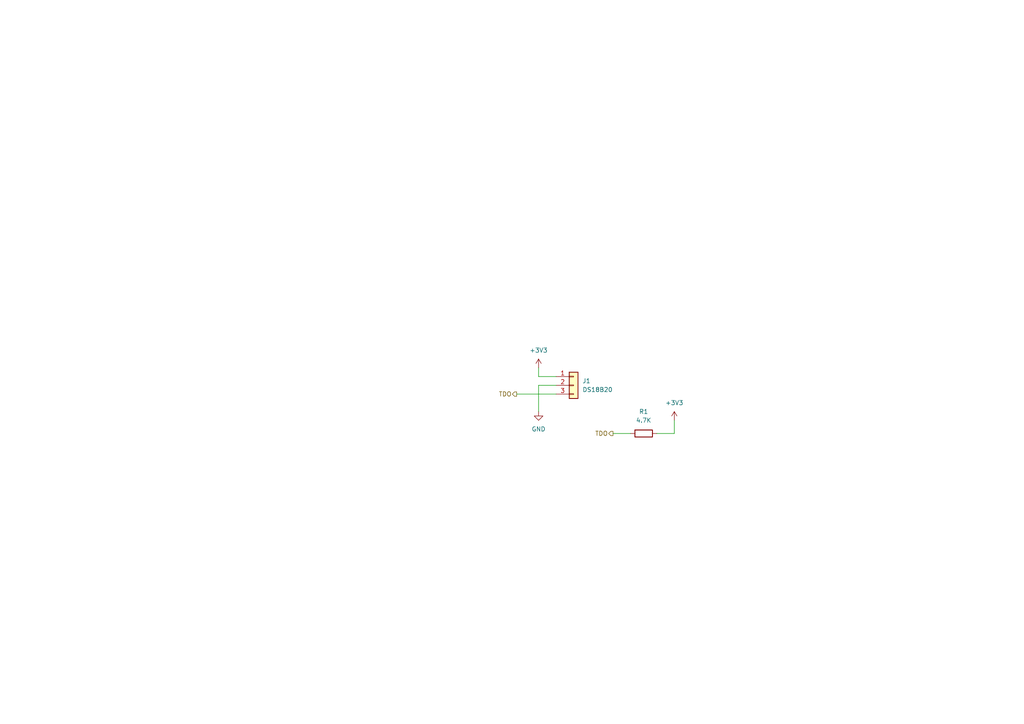
<source format=kicad_sch>
(kicad_sch (version 20211123) (generator eeschema)
  (paper "A4")
  (lib_symbols
    (symbol "Connector_Generic:Conn_01x03" (pin_names (offset 1.016) hide)
      (property "Reference" "J" (at 0 5.08 0))
      (property "Value" "Conn_01x03" (at 0 -5.08 0))
      (symbol "Conn_01x03_1_1"
        (rectangle (start -1.27 -2.413) (end 0 -2.667) (stroke (width 0.1524)))
        (rectangle (start -1.27 0.127) (end 0 -0.127) (stroke (width 0.1524)))
        (rectangle (start -1.27 2.667) (end 0 2.413) (stroke (width 0.1524)))
        (rectangle (start -1.27 3.81) (end 1.27 -3.81) (stroke (width 0.254)) (fill (type background)))
        (pin passive line (at -5.08 2.54 0) (length 3.81) (name "Pin_1") (number "1"))
        (pin passive line (at -5.08 0 0) (length 3.81) (name "Pin_2") (number "2"))
        (pin passive line (at -5.08 -2.54 0) (length 3.81) (name "Pin_3") (number "3"))
      )
    )
    (symbol "Device:R" (pin_numbers hide) (pin_names (offset 0))
      (property "Reference" "R" (at 2.032 0 90))
      (property "Value" "R" (at 0 0 90))
      (symbol "R_0_1"
        (rectangle (start -1.016 -2.54) (end 1.016 2.54) (stroke (width 0.254)))
      )
      (symbol "R_1_1"
        (pin passive line (at 0 3.81 270) (length 1.27) (name "~") (number "1"))
        (pin passive line (at 0 -3.81 90) (length 1.27) (name "~") (number "2"))
      )
    )
    (symbol "power:+3.3V" (power) (pin_names (offset 0))
      (property "Value" "+3.3V" (at 0 3.556 0))
      (symbol "+3.3V_0_1"
        (polyline (pts (xy -0.762 1.27) (xy 0 2.54)))
        (polyline (pts (xy 0 0) (xy 0 2.54)))
        (polyline (pts (xy 0 2.54) (xy 0.762 1.27)))
      )
      (symbol "+3.3V_1_1"
        (pin power_in line (at 0 0 90) (length 0) hide (name "+3V3") (number "1"))
      )
    )
    (symbol "power:GND" (power) (pin_names (offset 0))
      (property "Value" "GND" (at 0 -3.81 0))
      (symbol "GND_0_1"
        (polyline (pts (xy 0 0) (xy 0 -1.27) (xy 1.27 -1.27) (xy 0 -2.54) (xy -1.27 -1.27) (xy 0 -1.27)))
      )
      (symbol "GND_1_1"
        (pin power_in line (at 0 0 270) (length 0) hide (name "GND") (number "1"))
      )
    )
  )
  (wire (pts (xy 161.29 109.22) (xy 156.21 109.22)))
  (wire (pts (xy 161.29 111.76) (xy 156.21 111.76)))
  (wire (pts (xy 195.58 125.73) (xy 190.5 125.73)))
  (wire (pts (xy 156.21 109.22) (xy 156.21 106.68)))
  (wire (pts (xy 177.8 125.73) (xy 182.88 125.73)))
  (wire (pts (xy 195.58 121.92) (xy 195.58 125.73)))
  (wire (pts (xy 149.86 114.3) (xy 161.29 114.3)))
  (wire (pts (xy 156.21 111.76) (xy 156.21 119.38)))
  (hierarchical_label "TDO" (shape output) (at 177.8 125.73 180))
  (hierarchical_label "TDO" (shape output) (at 149.86 114.3 180))
  (symbol (lib_id "power:+3.3V") (at 156.21 106.68 0) (unit 1)
    (property "Reference" "#PWR012" (effects hide))
    (property "Value" "+3.3V" (at 156.21 101.6 0))
  )
  (symbol (lib_id "power:GND") (at 156.21 119.38 0) (unit 1)
    (property "Reference" "#PWR013" (effects hide))
    (property "Value" "GND" (at 156.21 124.46 0))
  )
  (symbol (lib_id "Device:R") (at 186.69 125.73 90) (unit 1)
    (property "Reference" "R1" (at 186.69 119.38 90))
    (property "Value" "4.7K" (at 186.69 121.92 90))
    (property "Footprint" "Resistor_SMD:R_0201_0603Metric" (effects hide))
  )
  (symbol (lib_id "power:+3.3V") (at 195.58 121.92 0) (unit 1)
    (property "Reference" "#PWR014" (effects hide))
    (property "Value" "+3.3V" (at 195.58 116.84 0))
  )
  (symbol (lib_id "Connector_Generic:Conn_01x03") (at 166.37 111.76 0) (unit 1)
    (property "Reference" "J1" (at 168.91 110.4899 0) (effects (justify left)))
    (property "Value" "DS18B20" (at 168.91 113.0299 0) (effects (justify left)))
  )
)
</source>
